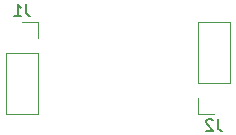
<source format=gbr>
%TF.GenerationSoftware,KiCad,Pcbnew,7.0.8*%
%TF.CreationDate,2024-04-25T12:22:59+02:00*%
%TF.ProjectId,Sterowniki silnik_w,53746572-6f77-46e6-996b-692073696c6e,rev?*%
%TF.SameCoordinates,Original*%
%TF.FileFunction,Legend,Bot*%
%TF.FilePolarity,Positive*%
%FSLAX46Y46*%
G04 Gerber Fmt 4.6, Leading zero omitted, Abs format (unit mm)*
G04 Created by KiCad (PCBNEW 7.0.8) date 2024-04-25 12:22:59*
%MOMM*%
%LPD*%
G01*
G04 APERTURE LIST*
%ADD10C,0.150000*%
%ADD11C,0.120000*%
G04 APERTURE END LIST*
D10*
X43583333Y-25599819D02*
X43583333Y-26314104D01*
X43583333Y-26314104D02*
X43630952Y-26456961D01*
X43630952Y-26456961D02*
X43726190Y-26552200D01*
X43726190Y-26552200D02*
X43869047Y-26599819D01*
X43869047Y-26599819D02*
X43964285Y-26599819D01*
X42583333Y-26599819D02*
X43154761Y-26599819D01*
X42869047Y-26599819D02*
X42869047Y-25599819D01*
X42869047Y-25599819D02*
X42964285Y-25742676D01*
X42964285Y-25742676D02*
X43059523Y-25837914D01*
X43059523Y-25837914D02*
X43154761Y-25885533D01*
X59833333Y-35324819D02*
X59833333Y-36039104D01*
X59833333Y-36039104D02*
X59880952Y-36181961D01*
X59880952Y-36181961D02*
X59976190Y-36277200D01*
X59976190Y-36277200D02*
X60119047Y-36324819D01*
X60119047Y-36324819D02*
X60214285Y-36324819D01*
X59404761Y-35420057D02*
X59357142Y-35372438D01*
X59357142Y-35372438D02*
X59261904Y-35324819D01*
X59261904Y-35324819D02*
X59023809Y-35324819D01*
X59023809Y-35324819D02*
X58928571Y-35372438D01*
X58928571Y-35372438D02*
X58880952Y-35420057D01*
X58880952Y-35420057D02*
X58833333Y-35515295D01*
X58833333Y-35515295D02*
X58833333Y-35610533D01*
X58833333Y-35610533D02*
X58880952Y-35753390D01*
X58880952Y-35753390D02*
X59452380Y-36324819D01*
X59452380Y-36324819D02*
X58833333Y-36324819D01*
D11*
%TO.C,J1*%
X44580000Y-34885000D02*
X41920000Y-34885000D01*
X44580000Y-29745000D02*
X44580000Y-34885000D01*
X44580000Y-29745000D02*
X41920000Y-29745000D01*
X44580000Y-28475000D02*
X44580000Y-27145000D01*
X44580000Y-27145000D02*
X43250000Y-27145000D01*
X41920000Y-29745000D02*
X41920000Y-34885000D01*
%TO.C,J2*%
X58170000Y-27130000D02*
X60830000Y-27130000D01*
X58170000Y-32270000D02*
X58170000Y-27130000D01*
X58170000Y-32270000D02*
X60830000Y-32270000D01*
X58170000Y-33540000D02*
X58170000Y-34870000D01*
X58170000Y-34870000D02*
X59500000Y-34870000D01*
X60830000Y-32270000D02*
X60830000Y-27130000D01*
%TD*%
M02*

</source>
